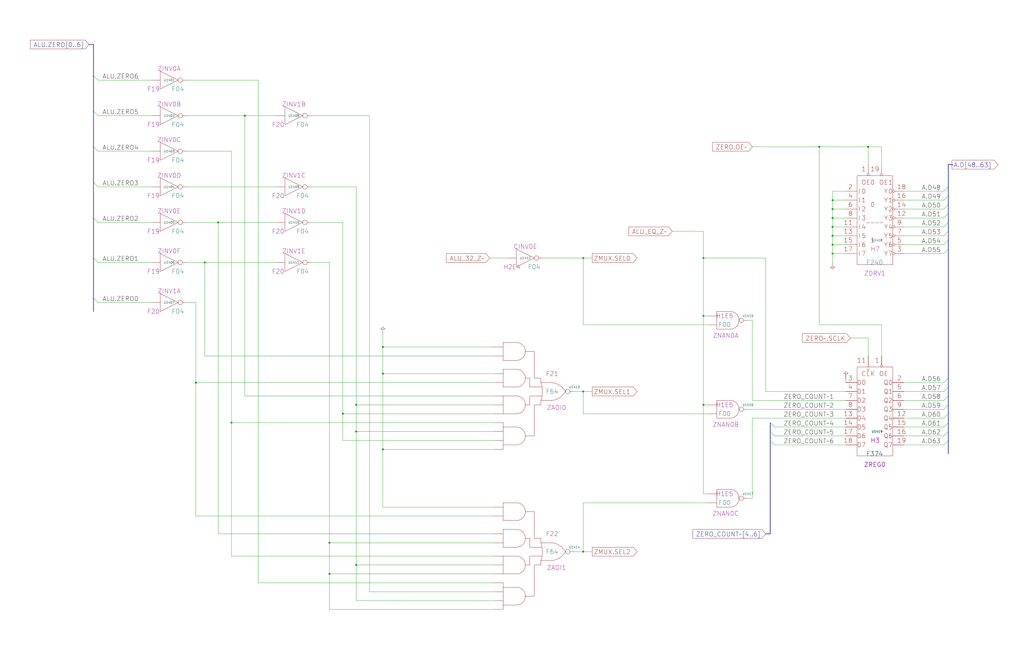
<source format=kicad_sch>
(kicad_sch (version 20211123) (generator eeschema)
  (paper "User" 584.2 378.46)
  (title_block (title "ZERO DETECTOR") (date "22-MAR-90") (rev "1.0") (comment 1 "VALUE") (comment 2 "232-003063") (comment 3 "S400") (comment 4 "RELEASED"))
  (lib_symbols
    (symbol "r1000:F00" (pin_numbers hide) (pin_names hide)
      (property "Reference" "U" (at 15.24 0 0))
      (property "Value" "F00" (at 1.905 -5.08 0))
      (property "Location" "___" (at 1.905 0 0))
      (property "Name" "______" (at 2.54 -12.7 0))
      (symbol "F00_0_1"
        (polyline (pts (xy -2.54 -7.62) (xy 5.08 -7.62)) (stroke (width 0.1524)))
        (polyline (pts (xy -2.54 2.54) (xy -2.54 -7.62)) (stroke (width 0.1524)))
        (polyline (pts (xy -2.54 2.54) (xy 5.08 2.54)) (stroke (width 0.1524)))
        (arc (start 5.08 -7.62) (mid 10.1282 -2.54) (end 5.08 2.54) (stroke (width 0.1524)))
        (circle (center 11.43 -2.54) (radius 1.27) (stroke (width 0.1524)))
      )
      (symbol "F00_0_2"
        (circle (center -3.81 -5.08) (radius 1.27) (stroke (width 0.1524)))
        (circle (center -3.81 0) (radius 1.27) (stroke (width 0.1524)))
        (arc (start -3.175 -7.62) (mid -2.134 -2.54) (end -3.175 2.54) (stroke (width 0.1524)))
        (polyline (pts (xy -3.175 -7.62) (xy 3.81 -7.62)) (stroke (width 0.1524)))
        (polyline (pts (xy -3.175 2.54) (xy 3.81 2.54)) (stroke (width 0.1524)))
        (arc (start 3.81 -7.62) (mid 7.5855 -5.8306) (end 10.16 -2.54) (stroke (width 0.1524)))
        (arc (start 10.16 -2.54) (mid 7.5827 0.7471) (end 3.81 2.54) (stroke (width 0.1524)))
      )
      (symbol "F00_1_1"
        (pin input line (at -7.62 0 0) (length 5.08) (name "D0") (number "1"))
        (pin input line (at -7.62 -5.08 0) (length 5.08) (name "D1") (number "2"))
        (pin output line (at 15.24 -2.54 180) (length 2.54) (name "Q") (number "3"))
      )
      (symbol "F00_1_2"
        (pin input line (at -7.62 0 0) (length 2.54) (name "D0") (number "1"))
        (pin input line (at -7.62 -5.08 0) (length 2.54) (name "D1") (number "2"))
        (pin output line (at 15.24 -2.54 180) (length 5.08) (name "Q") (number "3"))
      )
    )
    (symbol "r1000:F04" (pin_numbers hide) (pin_names hide)
      (property "Reference" "U" (at 0 0 0))
      (property "Value" "F04" (at 1.27 -5.08 0))
      (property "Location" "___" (at -12.7 -5.08 0))
      (property "Name" "______" (at 0 5.08 0))
      (symbol "F04_0_1"
        (polyline (pts (xy -7.62 0) (xy -5.08 0)) (stroke (width 0.1524)))
        (polyline (pts (xy -5.08 5.08) (xy -5.08 -5.08)) (stroke (width 0.1524)))
        (polyline (pts (xy 5.08 0) (xy -5.08 -5.08)) (stroke (width 0.1524)))
        (polyline (pts (xy 5.08 0) (xy -5.08 5.08)) (stroke (width 0.1524)))
        (circle (center 6.35 0) (radius 1.27) (stroke (width 0.1524)))
      )
      (symbol "F04_1_1"
        (pin input line (at -10.16 0 0) (length 2.54) (name "D") (number "1"))
        (pin output line (at 10.16 0 180) (length 2.54) (name "Q") (number "2"))
      )
    )
    (symbol "r1000:F240" (pin_numbers hide) (pin_names (offset 1.016) hide)
      (property "Reference" "U" (at 2.54 5.08 0))
      (property "Value" "F240" (at -3.81 -7.62 0))
      (property "Location" "___" (at -1.27 0 0))
      (property "Name" "______" (at 1.27 -15.24 0))
      (symbol "F240_1_1"
        (rectangle (start -8.89 41.91) (end 11.43 -8.89))
        (circle (center -2.54 42.545) (radius 0.635))
        (circle (center 5.08 42.545) (radius 0.635))
        (circle (center 12.065 -2.54) (radius 0.635))
        (circle (center 12.065 2.54) (radius 0.635))
        (circle (center 12.065 7.62) (radius 0.635))
        (circle (center 12.065 12.7) (radius 0.635))
        (circle (center 12.065 17.78) (radius 0.635))
        (circle (center 12.065 22.86) (radius 0.635))
        (circle (center 12.065 27.94) (radius 0.635))
        (circle (center 12.065 33.02) (radius 0.635))
        (text "-" (at -2.54 15.24 0) (effects (font (size 2.54 2.54))))
        (text "-" (at 0 15.24 0) (effects (font (size 2.54 2.54))))
        (text "-" (at 2.54 15.24 0) (effects (font (size 2.54 2.54))))
        (text "-" (at 5.08 15.24 0) (effects (font (size 2.54 2.54))))
        (text "0" (at -5.08 33.02 0) (effects (font (size 2.54 2.54))))
        (text "0" (at 0 25.4 0) (effects (font (size 2.54 2.54))))
        (text "0" (at 0 38.1 0) (effects (font (size 2.54 2.54))))
        (text "0" (at 10.16 33.02 0) (effects (font (size 2.54 2.54))))
        (text "1" (at -15.24 0 0) (effects (font (size 2.54 2.54))))
        (text "1" (at -15.24 5.08 0) (effects (font (size 2.54 2.54))))
        (text "1" (at -15.24 10.16 0) (effects (font (size 2.54 2.54))))
        (text "1" (at -15.24 15.24 0) (effects (font (size 2.54 2.54))))
        (text "1" (at -12.7 15.24 0) (effects (font (size 2.54 2.54))))
        (text "1" (at -5.08 27.94 0) (effects (font (size 2.54 2.54))))
        (text "1" (at -5.08 45.72 0) (effects (font (size 2.54 2.54))))
        (text "1" (at 0 5.08 0) (effects (font (size 2.54 2.54))))
        (text "1" (at 0 45.72 0) (effects (font (size 2.54 2.54))))
        (text "1" (at 10.16 27.94 0) (effects (font (size 2.54 2.54))))
        (text "1" (at 10.16 38.1 0) (effects (font (size 2.54 2.54))))
        (text "1" (at 15.24 20.32 0) (effects (font (size 2.54 2.54))))
        (text "1" (at 15.24 25.4 0) (effects (font (size 2.54 2.54))))
        (text "1" (at 15.24 30.48 0) (effects (font (size 2.54 2.54))))
        (text "1" (at 15.24 35.56 0) (effects (font (size 2.54 2.54))))
        (text "2" (at -12.7 35.56 0) (effects (font (size 2.54 2.54))))
        (text "2" (at -5.08 22.86 0) (effects (font (size 2.54 2.54))))
        (text "2" (at 10.16 22.86 0) (effects (font (size 2.54 2.54))))
        (text "2" (at 17.78 20.32 0) (effects (font (size 2.54 2.54))))
        (text "3" (at -12.7 10.16 0) (effects (font (size 2.54 2.54))))
        (text "3" (at -5.08 17.78 0) (effects (font (size 2.54 2.54))))
        (text "3" (at 10.16 17.78 0) (effects (font (size 2.54 2.54))))
        (text "3" (at 15.24 0 0) (effects (font (size 2.54 2.54))))
        (text "4" (at -12.7 30.48 0) (effects (font (size 2.54 2.54))))
        (text "4" (at -5.08 12.7 0) (effects (font (size 2.54 2.54))))
        (text "4" (at 10.16 12.7 0) (effects (font (size 2.54 2.54))))
        (text "4" (at 17.78 25.4 0) (effects (font (size 2.54 2.54))))
        (text "5" (at -12.7 5.08 0) (effects (font (size 2.54 2.54))))
        (text "5" (at -5.08 7.62 0) (effects (font (size 2.54 2.54))))
        (text "5" (at 10.16 7.62 0) (effects (font (size 2.54 2.54))))
        (text "5" (at 15.24 5.08 0) (effects (font (size 2.54 2.54))))
        (text "6" (at -12.7 25.4 0) (effects (font (size 2.54 2.54))))
        (text "6" (at -5.08 2.54 0) (effects (font (size 2.54 2.54))))
        (text "6" (at 10.16 2.54 0) (effects (font (size 2.54 2.54))))
        (text "6" (at 17.78 30.48 0) (effects (font (size 2.54 2.54))))
        (text "7" (at -12.7 0 0) (effects (font (size 2.54 2.54))))
        (text "7" (at -5.08 -2.54 0) (effects (font (size 2.54 2.54))))
        (text "7" (at 10.16 -2.54 0) (effects (font (size 2.54 2.54))))
        (text "7" (at 15.24 10.16 0) (effects (font (size 2.54 2.54))))
        (text "8" (at -12.7 20.32 0) (effects (font (size 2.54 2.54))))
        (text "8" (at 17.78 35.56 0) (effects (font (size 2.54 2.54))))
        (text "9" (at 2.54 45.72 0) (effects (font (size 2.54 2.54))))
        (text "9" (at 15.24 15.24 0) (effects (font (size 2.54 2.54))))
        (text "E" (at -2.54 38.1 0) (effects (font (size 2.54 2.54))))
        (text "E" (at 7.62 38.1 0) (effects (font (size 2.54 2.54))))
        (text "I" (at -7.62 -2.54 0) (effects (font (size 2.54 2.54))))
        (text "I" (at -7.62 2.54 0) (effects (font (size 2.54 2.54))))
        (text "I" (at -7.62 7.62 0) (effects (font (size 2.54 2.54))))
        (text "I" (at -7.62 12.7 0) (effects (font (size 2.54 2.54))))
        (text "I" (at -7.62 17.78 0) (effects (font (size 2.54 2.54))))
        (text "I" (at -7.62 22.86 0) (effects (font (size 2.54 2.54))))
        (text "I" (at -7.62 27.94 0) (effects (font (size 2.54 2.54))))
        (text "I" (at -7.62 33.02 0) (effects (font (size 2.54 2.54))))
        (text "O" (at -5.08 38.1 0) (effects (font (size 2.54 2.54))))
        (text "O" (at 5.08 38.1 0) (effects (font (size 2.54 2.54))))
        (text "Y" (at 7.62 -2.54 0) (effects (font (size 2.54 2.54))))
        (text "Y" (at 7.62 2.54 0) (effects (font (size 2.54 2.54))))
        (text "Y" (at 7.62 7.62 0) (effects (font (size 2.54 2.54))))
        (text "Y" (at 7.62 12.7 0) (effects (font (size 2.54 2.54))))
        (text "Y" (at 7.62 17.78 0) (effects (font (size 2.54 2.54))))
        (text "Y" (at 7.62 22.86 0) (effects (font (size 2.54 2.54))))
        (text "Y" (at 7.62 27.94 0) (effects (font (size 2.54 2.54))))
        (text "Y" (at 7.62 33.02 0) (effects (font (size 2.54 2.54))))
        (pin input line (at -2.54 48.26 270) (length 5.08) (name "OE0_") (number "1"))
        (pin input line (at -15.24 12.7 0) (length 6.35) (name "I4") (number "11"))
        (pin tri_state line (at 17.78 17.78 180) (length 5.08) (name "Y3_") (number "12"))
        (pin input line (at -15.24 7.62 0) (length 6.35) (name "I5") (number "13"))
        (pin tri_state line (at 17.78 22.86 180) (length 5.08) (name "Y2_") (number "14"))
        (pin input line (at -15.24 2.54 0) (length 6.35) (name "I6") (number "15"))
        (pin tri_state line (at 17.78 27.94 180) (length 5.08) (name "Y1_") (number "16"))
        (pin input line (at -15.24 -2.54 0) (length 6.35) (name "I7") (number "17"))
        (pin tri_state line (at 17.78 33.02 180) (length 5.08) (name "Y0_") (number "18"))
        (pin input line (at 5.08 48.26 270) (length 5.08) (name "OE1_") (number "19"))
        (pin input line (at -15.24 33.02 0) (length 6.35) (name "I0") (number "2"))
        (pin tri_state line (at 17.78 -2.54 180) (length 5.08) (name "Y7_") (number "3"))
        (pin input line (at -15.24 27.94 0) (length 6.35) (name "I1") (number "4"))
        (pin tri_state line (at 17.78 2.54 180) (length 5.08) (name "Y6_") (number "5"))
        (pin input line (at -15.24 22.86 0) (length 6.35) (name "I2") (number "6"))
        (pin tri_state line (at 17.78 7.62 180) (length 5.08) (name "Y5_") (number "7"))
        (pin input line (at -15.24 17.78 0) (length 6.35) (name "I3") (number "8"))
        (pin tri_state line (at 17.78 12.7 180) (length 5.08) (name "Y4_") (number "9"))
      )
    )
    (symbol "r1000:F374" (pin_numbers hide) (pin_names (offset 1.016) hide)
      (property "Reference" "U" (at 2.54 5.08 0))
      (property "Value" "F374" (at -3.81 -7.62 0))
      (property "Location" "___" (at -1.27 0 0))
      (property "Name" "______" (at 1.27 -15.24 0))
      (symbol "F374_1_1"
        (rectangle (start -8.89 41.91) (end 11.43 -8.89))
        (circle (center 5.08 42.545) (radius 0.635))
        (text "0" (at -5.08 33.02 0) (effects (font (size 2.54 2.54))))
        (text "0" (at 10.16 33.02 0) (effects (font (size 2.54 2.54))))
        (text "1" (at -15.24 0 0) (effects (font (size 2.54 2.54))))
        (text "1" (at -15.24 5.08 0) (effects (font (size 2.54 2.54))))
        (text "1" (at -15.24 10.16 0) (effects (font (size 2.54 2.54))))
        (text "1" (at -15.24 15.24 0) (effects (font (size 2.54 2.54))))
        (text "1" (at -7.62 45.72 0) (effects (font (size 2.54 2.54))))
        (text "1" (at -5.08 27.94 0) (effects (font (size 2.54 2.54))))
        (text "1" (at -5.08 45.72 0) (effects (font (size 2.54 2.54))))
        (text "1" (at 2.54 45.72 0) (effects (font (size 2.54 2.54))))
        (text "1" (at 10.16 27.94 0) (effects (font (size 2.54 2.54))))
        (text "1" (at 15.24 0 0) (effects (font (size 2.54 2.54))))
        (text "1" (at 15.24 5.08 0) (effects (font (size 2.54 2.54))))
        (text "1" (at 15.24 10.16 0) (effects (font (size 2.54 2.54))))
        (text "1" (at 15.24 15.24 0) (effects (font (size 2.54 2.54))))
        (text "2" (at -5.08 22.86 0) (effects (font (size 2.54 2.54))))
        (text "2" (at 10.16 22.86 0) (effects (font (size 2.54 2.54))))
        (text "2" (at 15.24 35.56 0) (effects (font (size 2.54 2.54))))
        (text "2" (at 17.78 15.24 0) (effects (font (size 2.54 2.54))))
        (text "3" (at -12.7 15.24 0) (effects (font (size 2.54 2.54))))
        (text "3" (at -12.7 35.56 0) (effects (font (size 2.54 2.54))))
        (text "3" (at -5.08 17.78 0) (effects (font (size 2.54 2.54))))
        (text "3" (at 10.16 17.78 0) (effects (font (size 2.54 2.54))))
        (text "4" (at -12.7 10.16 0) (effects (font (size 2.54 2.54))))
        (text "4" (at -12.7 30.48 0) (effects (font (size 2.54 2.54))))
        (text "4" (at -5.08 12.7 0) (effects (font (size 2.54 2.54))))
        (text "4" (at 10.16 12.7 0) (effects (font (size 2.54 2.54))))
        (text "5" (at -5.08 7.62 0) (effects (font (size 2.54 2.54))))
        (text "5" (at 10.16 7.62 0) (effects (font (size 2.54 2.54))))
        (text "5" (at 15.24 30.48 0) (effects (font (size 2.54 2.54))))
        (text "5" (at 17.78 10.16 0) (effects (font (size 2.54 2.54))))
        (text "6" (at -5.08 2.54 0) (effects (font (size 2.54 2.54))))
        (text "6" (at 10.16 2.54 0) (effects (font (size 2.54 2.54))))
        (text "6" (at 15.24 25.4 0) (effects (font (size 2.54 2.54))))
        (text "6" (at 17.78 5.08 0) (effects (font (size 2.54 2.54))))
        (text "7" (at -12.7 5.08 0) (effects (font (size 2.54 2.54))))
        (text "7" (at -12.7 25.4 0) (effects (font (size 2.54 2.54))))
        (text "7" (at -5.08 -2.54 0) (effects (font (size 2.54 2.54))))
        (text "7" (at 10.16 -2.54 0) (effects (font (size 2.54 2.54))))
        (text "8" (at -12.7 0 0) (effects (font (size 2.54 2.54))))
        (text "8" (at -12.7 20.32 0) (effects (font (size 2.54 2.54))))
        (text "9" (at 15.24 20.32 0) (effects (font (size 2.54 2.54))))
        (text "9" (at 17.78 0 0) (effects (font (size 2.54 2.54))))
        (text "C" (at -5.08 38.1 0) (effects (font (size 2.54 2.54))))
        (text "D" (at -7.62 -2.54 0) (effects (font (size 2.54 2.54))))
        (text "D" (at -7.62 2.54 0) (effects (font (size 2.54 2.54))))
        (text "D" (at -7.62 7.62 0) (effects (font (size 2.54 2.54))))
        (text "D" (at -7.62 12.7 0) (effects (font (size 2.54 2.54))))
        (text "D" (at -7.62 17.78 0) (effects (font (size 2.54 2.54))))
        (text "D" (at -7.62 22.86 0) (effects (font (size 2.54 2.54))))
        (text "D" (at -7.62 27.94 0) (effects (font (size 2.54 2.54))))
        (text "D" (at -7.62 33.02 0) (effects (font (size 2.54 2.54))))
        (text "E" (at 7.62 38.1 0) (effects (font (size 2.54 2.54))))
        (text "K" (at 0 38.1 0) (effects (font (size 2.54 2.54))))
        (text "L" (at -2.54 38.1 0) (effects (font (size 2.54 2.54))))
        (text "O" (at 5.08 38.1 0) (effects (font (size 2.54 2.54))))
        (text "Q" (at 7.62 -2.54 0) (effects (font (size 2.54 2.54))))
        (text "Q" (at 7.62 2.54 0) (effects (font (size 2.54 2.54))))
        (text "Q" (at 7.62 7.62 0) (effects (font (size 2.54 2.54))))
        (text "Q" (at 7.62 12.7 0) (effects (font (size 2.54 2.54))))
        (text "Q" (at 7.62 17.78 0) (effects (font (size 2.54 2.54))))
        (text "Q" (at 7.62 22.86 0) (effects (font (size 2.54 2.54))))
        (text "Q" (at 7.62 27.94 0) (effects (font (size 2.54 2.54))))
        (text "Q" (at 7.62 33.02 0) (effects (font (size 2.54 2.54))))
        (text "v" (at -2.54 40.64 0) (effects (font (size 2.54 2.54))))
        (pin input line (at 5.08 48.26 270) (length 5.08) (name "OE_") (number "1"))
        (pin input line (at -2.54 48.26 270) (length 6.35) (name "CLK") (number "11"))
        (pin tri_state line (at 17.78 12.7 180) (length 6.35) (name "Q4") (number "12"))
        (pin input line (at -15.24 12.7 0) (length 6.35) (name "D4") (number "13"))
        (pin input line (at -15.24 7.62 0) (length 6.35) (name "D5") (number "14"))
        (pin tri_state line (at 17.78 7.62 180) (length 6.35) (name "Q5") (number "15"))
        (pin tri_state line (at 17.78 2.54 180) (length 6.35) (name "Q6") (number "16"))
        (pin input line (at -15.24 2.54 0) (length 6.35) (name "D6") (number "17"))
        (pin input line (at -15.24 -2.54 0) (length 6.35) (name "D7") (number "18"))
        (pin tri_state line (at 17.78 -2.54 180) (length 6.35) (name "Q7") (number "19"))
        (pin tri_state line (at 17.78 33.02 180) (length 6.35) (name "Q0") (number "2"))
        (pin input line (at -15.24 33.02 0) (length 6.35) (name "D0") (number "3"))
        (pin input line (at -15.24 27.94 0) (length 6.35) (name "D1") (number "4"))
        (pin tri_state line (at 17.78 27.94 180) (length 6.35) (name "Q1") (number "5"))
        (pin tri_state line (at 17.78 22.86 180) (length 6.35) (name "Q2") (number "6"))
        (pin input line (at -15.24 22.86 0) (length 6.35) (name "D2") (number "7"))
        (pin input line (at -15.24 17.78 0) (length 6.35) (name "D3") (number "8"))
        (pin tri_state line (at 17.78 17.78 180) (length 6.35) (name "Q3") (number "9"))
      )
    )
    (symbol "r1000:F64" (pin_numbers hide) (pin_names hide)
      (property "Reference" "U" (at 15.24 2.54 0))
      (property "Value" "F64" (at 2.54 0 0))
      (property "Location" "___" (at 2.54 10.16 0))
      (property "Name" "______" (at 5.08 -10.62 0))
      (symbol "F64_0_0"
        (arc (start -17.78 -30.48) (mid -14.1879 -28.9921) (end -12.7 -25.4) (stroke (width 0.1524)))
        (arc (start -17.78 -12.7) (mid -14.1879 -11.2121) (end -12.7 -7.62) (stroke (width 0.1524)))
        (arc (start -17.78 2.54) (mid -14.1879 4.0279) (end -12.7 7.62) (stroke (width 0.1524)))
        (arc (start -17.78 17.78) (mid -14.1879 19.2679) (end -12.7 22.86) (stroke (width 0.1524)))
        (arc (start -12.7 -25.4) (mid -14.1879 -21.8079) (end -17.78 -20.32) (stroke (width 0.1524)))
        (arc (start -12.7 -7.62) (mid -14.1879 -4.0279) (end -17.78 -2.54) (stroke (width 0.1524)))
        (arc (start -12.7 7.62) (mid -14.1879 11.2121) (end -17.78 12.7) (stroke (width 0.1524)))
        (arc (start -12.7 22.86) (mid -14.1879 26.4521) (end -17.78 27.94) (stroke (width 0.1524)))
        (arc (start -3.8173 -5.08) (mid -2.9926 0) (end -3.8173 5.08) (stroke (width 0.1524)))
        (polyline (pts (xy -25.4 -30.48) (xy -17.78 -30.48)) (stroke (width 0.1524)))
        (polyline (pts (xy -25.4 -20.32) (xy -17.78 -20.32)) (stroke (width 0.1524)))
        (polyline (pts (xy -25.4 -12.7) (xy -17.78 -12.7)) (stroke (width 0.1524)))
        (polyline (pts (xy -25.4 -2.54) (xy -17.78 -2.54)) (stroke (width 0.1524)))
        (polyline (pts (xy -25.4 2.54) (xy -17.78 2.54)) (stroke (width 0.1524)))
        (polyline (pts (xy -25.4 12.7) (xy -17.78 12.7)) (stroke (width 0.1524)))
        (polyline (pts (xy -25.4 17.78) (xy -17.78 17.78)) (stroke (width 0.1524)))
        (polyline (pts (xy -25.4 27.94) (xy -17.78 27.94)) (stroke (width 0.1524)))
        (polyline (pts (xy -3.81 -5.08) (xy 2.54 -5.08)) (stroke (width 0.1524)))
        (polyline (pts (xy -3.81 5.08) (xy 2.54 5.08)) (stroke (width 0.1524)))
        (arc (start 2.54 -5.08) (mid 6.9504 -3.4405) (end 10.16 0) (stroke (width 0.1524)))
        (arc (start 10.16 0) (mid 6.9516 3.4424) (end 2.54 5.08) (stroke (width 0.1524)))
        (circle (center 11.43 0) (radius 1.27) (stroke (width 0.1524)))
      )
      (symbol "F64_0_1"
        (polyline (pts (xy -25.4 -33.02) (xy -25.4 -30.48)) (stroke (width 0.1524)))
        (polyline (pts (xy -25.4 -20.32) (xy -25.4 -30.48)) (stroke (width 0.1524)))
        (polyline (pts (xy -25.4 -17.78) (xy -25.4 -20.32)) (stroke (width 0.1524)))
        (polyline (pts (xy -25.4 -2.54) (xy -25.4 -12.7)) (stroke (width 0.1524)))
        (polyline (pts (xy -25.4 12.7) (xy -25.4 2.54)) (stroke (width 0.1524)))
        (polyline (pts (xy -25.4 27.94) (xy -25.4 17.78)) (stroke (width 0.1524)))
        (polyline (pts (xy -12.7 -7.62) (xy -12.7 -7.62)) (stroke (width 0.1524)))
        (polyline (pts (xy -5.08 -2.54) (xy -3.175 -2.54)) (stroke (width 0.1524)))
        (polyline (pts (xy -5.08 2.54) (xy -3.175 2.54)) (stroke (width 0.1524)))
        (polyline (pts (xy -12.7 -7.62) (xy -10.16 -7.62) (xy -10.16 -2.54) (xy -5.08 -2.54)) (stroke (width 0.1524)))
        (polyline (pts (xy -12.7 7.62) (xy -10.16 7.62) (xy -10.16 2.54) (xy -5.08 2.54)) (stroke (width 0.1524)))
        (polyline (pts (xy -3.81 -5.08) (xy -3.81 -7.62) (xy -7.62 -7.62) (xy -7.62 -25.4) (xy -12.7 -25.4)) (stroke (width 0.1524)))
        (polyline (pts (xy -3.81 5.08) (xy -3.81 7.62) (xy -7.62 7.62) (xy -7.62 22.86) (xy -12.7 22.86)) (stroke (width 0.1524)))
      )
      (symbol "F64_1_1"
        (pin input line (at -30.48 -17.78 0) (length 5.08) (name "D0") (number "1"))
        (pin input line (at -30.48 5.08 0) (length 5.08) (name "B1") (number "10"))
        (pin input line (at -30.48 -22.86 0) (length 5.08) (name "D1") (number "11"))
        (pin input line (at -30.48 -27.94 0) (length 5.08) (name "D2") (number "12"))
        (pin input line (at -30.48 -33.02 0) (length 5.08) (name "D3") (number "13"))
        (pin input line (at -30.48 25.4 0) (length 5.08) (name "A0") (number "2"))
        (pin input line (at -30.48 20.32 0) (length 5.08) (name "A1") (number "3"))
        (pin input line (at -30.48 -2.54 0) (length 5.08) (name "C0") (number "4"))
        (pin input line (at -30.48 -7.62 0) (length 5.08) (name "C1") (number "5"))
        (pin input line (at -30.48 -12.7 0) (length 5.08) (name "C2") (number "6"))
        (pin output line (at 15.24 0 180) (length 2.54) (name "Q") (number "8"))
        (pin input line (at -30.48 10.16 0) (length 5.08) (name "B0") (number "9"))
      )
    )
    (symbol "r1000:PD" (power) (pin_numbers hide) (pin_names hide) (in_bom no)
      (symbol "PD_0_1"
        (polyline (pts (xy 0 -2.54) (xy 1.27 -2.54) (xy 0 -3.81) (xy -1.27 -2.54) (xy 0 -2.54)) (stroke (width 0.1524)))
      )
      (symbol "PD_1_1"
        (pin power_in line (at 0 0 270) (length 2.54) (name "PD") (number "1"))
      )
    )
    (symbol "r1000:PU" (power) (pin_numbers hide) (pin_names hide)
      (symbol "PU_0_1"
        (polyline (pts (xy 0 2.54) (xy -1.27 2.54) (xy 0 3.81) (xy 1.27 2.54) (xy 0 2.54)) (stroke (width 0.1524)))
      )
      (symbol "PU_1_1"
        (pin power_in line (at 0 0 90) (length 2.54) (name "PU") (number "1"))
      )
    )
  )
  (junction (at 203.2 246.38))
  (junction (at 474.98 114.3))
  (junction (at 218.44 256.54))
  (junction (at 195.58 236.22))
  (junction (at 474.98 124.46))
  (junction (at 474.98 144.78))
  (junction (at 187.96 327.66))
  (junction (at 111.76 218.44))
  (junction (at 474.98 119.38))
  (junction (at 474.98 134.62))
  (junction (at 474.98 139.7))
  (junction (at 332.74 147.32))
  (junction (at 187.96 309.88))
  (junction (at 401.32 147.32))
  (junction (at 401.32 180.34))
  (junction (at 203.2 231.14))
  (junction (at 332.74 314.96))
  (junction (at 495.3 83.82))
  (junction (at 139.7 66.04))
  (junction (at 132.08 241.3))
  (junction (at 203.2 322.58))
  (junction (at 218.44 198.12))
  (junction (at 116.84 149.86))
  (junction (at 474.98 129.54))
  (junction (at 218.44 213.36))
  (junction (at 124.46 127))
  (junction (at 467.36 83.82))
  (junction (at 401.32 231.14))
  (junction (at 332.74 223.52))
  (bus_entry (at 439.42 251.46) (size 2.54 2.54))
  (bus_entry (at 541.02 111.76) (size -2.54 2.54))
  (bus_entry (at 541.02 132.08) (size -2.54 2.54))
  (bus_entry (at 439.42 241.3) (size 2.54 2.54))
  (bus_entry (at 541.02 220.98) (size -2.54 2.54))
  (bus_entry (at 541.02 215.9) (size -2.54 2.54))
  (bus_entry (at 541.02 246.38) (size -2.54 2.54))
  (bus_entry (at 541.02 121.92) (size -2.54 2.54))
  (bus_entry (at 541.02 236.22) (size -2.54 2.54))
  (bus_entry (at 541.02 142.24) (size -2.54 2.54))
  (bus_entry (at 541.02 127) (size -2.54 2.54))
  (bus_entry (at 439.42 246.38) (size 2.54 2.54))
  (bus_entry (at 53.34 83.82) (size 2.54 2.54))
  (bus_entry (at 53.34 104.14) (size 2.54 2.54))
  (bus_entry (at 53.34 124.46) (size 2.54 2.54))
  (bus_entry (at 53.34 147.32) (size 2.54 2.54))
  (bus_entry (at 53.34 170.18) (size 2.54 2.54))
  (bus_entry (at 541.02 116.84) (size -2.54 2.54))
  (bus_entry (at 53.34 43.18) (size 2.54 2.54))
  (bus_entry (at 53.34 63.5) (size 2.54 2.54))
  (bus_entry (at 541.02 231.14) (size -2.54 2.54))
  (bus_entry (at 541.02 106.68) (size -2.54 2.54))
  (bus_entry (at 541.02 241.3) (size -2.54 2.54))
  (bus_entry (at 541.02 137.16) (size -2.54 2.54))
  (bus_entry (at 541.02 226.06) (size -2.54 2.54))
  (bus_entry (at 541.02 251.46) (size -2.54 2.54))
  (wire (pts (xy 441.96 243.84) (xy 482.6 243.84)))
  (wire (pts (xy 55.88 86.36) (xy 86.36 86.36)))
  (bus (pts (xy 53.34 147.32) (xy 53.34 170.18)))
  (wire (pts (xy 177.8 127) (xy 195.58 127)))
  (wire (pts (xy 195.58 127) (xy 195.58 236.22)))
  (wire (pts (xy 195.58 236.22) (xy 195.58 251.46)))
  (wire (pts (xy 195.58 251.46) (xy 281.94 251.46)))
  (bus (pts (xy 541.02 116.84) (xy 541.02 121.92)))
  (wire (pts (xy 195.58 236.22) (xy 281.94 236.22)))
  (bus (pts (xy 53.34 170.18) (xy 53.34 177.8)))
  (wire (pts (xy 177.8 106.68) (xy 203.2 106.68)))
  (wire (pts (xy 203.2 106.68) (xy 203.2 231.14)))
  (wire (pts (xy 203.2 231.14) (xy 203.2 246.38)))
  (wire (pts (xy 203.2 246.38) (xy 203.2 322.58)))
  (wire (pts (xy 203.2 322.58) (xy 203.2 342.9)))
  (wire (pts (xy 203.2 342.9) (xy 281.94 342.9)))
  (wire (pts (xy 515.62 233.68) (xy 538.48 233.68)))
  (wire (pts (xy 106.68 106.68) (xy 157.48 106.68)))
  (wire (pts (xy 106.68 66.04) (xy 139.7 66.04)))
  (wire (pts (xy 139.7 66.04) (xy 157.48 66.04)))
  (wire (pts (xy 485.14 193.04) (xy 495.3 193.04)))
  (wire (pts (xy 495.3 193.04) (xy 495.3 203.2)))
  (wire (pts (xy 474.98 134.62) (xy 482.6 134.62)))
  (wire (pts (xy 515.62 238.76) (xy 538.48 238.76)))
  (wire (pts (xy 124.46 127) (xy 157.48 127)))
  (bus (pts (xy 541.02 215.9) (xy 541.02 220.98)))
  (wire (pts (xy 401.32 180.34) (xy 403.86 180.34)))
  (wire (pts (xy 111.76 218.44) (xy 281.94 218.44)))
  (bus (pts (xy 541.02 226.06) (xy 541.02 231.14)))
  (wire (pts (xy 426.72 233.68) (xy 482.6 233.68)))
  (wire (pts (xy 467.36 185.42) (xy 467.36 83.82)))
  (wire (pts (xy 502.92 185.42) (xy 467.36 185.42)))
  (wire (pts (xy 502.92 203.2) (xy 502.92 185.42)))
  (wire (pts (xy 55.88 149.86) (xy 86.36 149.86)))
  (bus (pts (xy 53.34 63.5) (xy 53.34 83.82)))
  (wire (pts (xy 55.88 127) (xy 86.36 127)))
  (wire (pts (xy 515.62 243.84) (xy 538.48 243.84)))
  (wire (pts (xy 515.62 218.44) (xy 538.48 218.44)))
  (wire (pts (xy 309.88 147.32) (xy 332.74 147.32)))
  (wire (pts (xy 332.74 147.32) (xy 337.82 147.32)))
  (wire (pts (xy 426.72 284.48) (xy 429.26 284.48)))
  (wire (pts (xy 429.26 238.76) (xy 482.6 238.76)))
  (wire (pts (xy 429.26 284.48) (xy 429.26 238.76)))
  (wire (pts (xy 218.44 198.12) (xy 281.94 198.12)))
  (wire (pts (xy 401.32 231.14) (xy 403.86 231.14)))
  (bus (pts (xy 541.02 137.16) (xy 541.02 142.24)))
  (bus (pts (xy 439.42 246.38) (xy 439.42 251.46)))
  (wire (pts (xy 327.66 223.52) (xy 332.74 223.52)))
  (wire (pts (xy 332.74 223.52) (xy 337.82 223.52)))
  (bus (pts (xy 439.42 251.46) (xy 439.42 304.8)))
  (wire (pts (xy 203.2 231.14) (xy 281.94 231.14)))
  (wire (pts (xy 474.98 139.7) (xy 482.6 139.7)))
  (wire (pts (xy 55.88 45.72) (xy 86.36 45.72)))
  (wire (pts (xy 515.62 248.92) (xy 538.48 248.92)))
  (wire (pts (xy 426.72 182.88) (xy 429.26 182.88)))
  (wire (pts (xy 429.26 182.88) (xy 429.26 228.6)))
  (wire (pts (xy 429.26 228.6) (xy 482.6 228.6)))
  (bus (pts (xy 541.02 111.76) (xy 541.02 116.84)))
  (bus (pts (xy 541.02 220.98) (xy 541.02 226.06)))
  (wire (pts (xy 515.62 124.46) (xy 538.48 124.46)))
  (bus (pts (xy 541.02 236.22) (xy 541.02 241.3)))
  (wire (pts (xy 332.74 287.02) (xy 403.86 287.02)))
  (wire (pts (xy 332.74 314.96) (xy 332.74 287.02)))
  (bus (pts (xy 541.02 132.08) (xy 541.02 137.16)))
  (bus (pts (xy 53.34 124.46) (xy 53.34 147.32)))
  (wire (pts (xy 515.62 139.7) (xy 538.48 139.7)))
  (wire (pts (xy 132.08 241.3) (xy 281.94 241.3)))
  (wire (pts (xy 218.44 190.5) (xy 218.44 198.12)))
  (wire (pts (xy 218.44 198.12) (xy 218.44 213.36)))
  (wire (pts (xy 218.44 213.36) (xy 218.44 256.54)))
  (wire (pts (xy 218.44 256.54) (xy 218.44 289.56)))
  (wire (pts (xy 218.44 289.56) (xy 281.94 289.56)))
  (bus (pts (xy 541.02 246.38) (xy 541.02 251.46)))
  (wire (pts (xy 55.88 106.68) (xy 86.36 106.68)))
  (wire (pts (xy 218.44 213.36) (xy 281.94 213.36)))
  (wire (pts (xy 515.62 223.52) (xy 538.48 223.52)))
  (wire (pts (xy 55.88 172.72) (xy 86.36 172.72)))
  (wire (pts (xy 515.62 144.78) (xy 538.48 144.78)))
  (wire (pts (xy 401.32 147.32) (xy 436.88 147.32)))
  (wire (pts (xy 436.88 147.32) (xy 436.88 223.52)))
  (wire (pts (xy 436.88 223.52) (xy 482.6 223.52)))
  (wire (pts (xy 474.98 124.46) (xy 482.6 124.46)))
  (bus (pts (xy 53.34 43.18) (xy 53.34 63.5)))
  (wire (pts (xy 106.68 172.72) (xy 111.76 172.72)))
  (wire (pts (xy 111.76 172.72) (xy 111.76 218.44)))
  (wire (pts (xy 111.76 218.44) (xy 111.76 294.64)))
  (wire (pts (xy 111.76 294.64) (xy 281.94 294.64)))
  (wire (pts (xy 279.4 147.32) (xy 289.56 147.32)))
  (wire (pts (xy 515.62 129.54) (xy 538.48 129.54)))
  (wire (pts (xy 106.68 127) (xy 124.46 127)))
  (wire (pts (xy 124.46 127) (xy 124.46 304.8)))
  (wire (pts (xy 124.46 304.8) (xy 281.94 304.8)))
  (bus (pts (xy 541.02 251.46) (xy 541.02 259.08)))
  (bus (pts (xy 53.34 83.82) (xy 53.34 104.14)))
  (wire (pts (xy 474.98 144.78) (xy 482.6 144.78)))
  (wire (pts (xy 441.96 248.92) (xy 482.6 248.92)))
  (wire (pts (xy 515.62 109.22) (xy 538.48 109.22)))
  (wire (pts (xy 106.68 45.72) (xy 147.32 45.72)))
  (wire (pts (xy 147.32 45.72) (xy 147.32 332.74)))
  (wire (pts (xy 147.32 332.74) (xy 281.94 332.74)))
  (wire (pts (xy 429.26 83.82) (xy 467.36 83.82)))
  (wire (pts (xy 467.36 83.82) (xy 495.3 83.82)))
  (wire (pts (xy 495.3 83.82) (xy 502.92 83.82)))
  (wire (pts (xy 502.92 83.82) (xy 502.92 93.98)))
  (bus (pts (xy 541.02 142.24) (xy 541.02 215.9)))
  (wire (pts (xy 187.96 309.88) (xy 281.94 309.88)))
  (wire (pts (xy 203.2 246.38) (xy 281.94 246.38)))
  (wire (pts (xy 332.74 223.52) (xy 332.74 236.22)))
  (wire (pts (xy 332.74 236.22) (xy 403.86 236.22)))
  (wire (pts (xy 218.44 256.54) (xy 281.94 256.54)))
  (wire (pts (xy 55.88 66.04) (xy 86.36 66.04)))
  (bus (pts (xy 50.8 25.4) (xy 53.34 25.4)))
  (bus (pts (xy 53.34 25.4) (xy 53.34 43.18)))
  (bus (pts (xy 436.88 304.8) (xy 439.42 304.8)))
  (bus (pts (xy 439.42 241.3) (xy 439.42 246.38)))
  (bus (pts (xy 541.02 106.68) (xy 541.02 111.76)))
  (wire (pts (xy 177.8 66.04) (xy 210.82 66.04)))
  (wire (pts (xy 210.82 66.04) (xy 210.82 337.82)))
  (wire (pts (xy 210.82 337.82) (xy 281.94 337.82)))
  (wire (pts (xy 474.98 119.38) (xy 482.6 119.38)))
  (bus (pts (xy 541.02 241.3) (xy 541.02 246.38)))
  (wire (pts (xy 332.74 147.32) (xy 332.74 185.42)))
  (wire (pts (xy 332.74 185.42) (xy 403.86 185.42)))
  (bus (pts (xy 541.02 127) (xy 541.02 132.08)))
  (bus (pts (xy 541.02 93.98) (xy 541.02 106.68)))
  (bus (pts (xy 541.02 93.98) (xy 543.56 93.98)))
  (wire (pts (xy 177.8 149.86) (xy 187.96 149.86)))
  (wire (pts (xy 187.96 149.86) (xy 187.96 309.88)))
  (wire (pts (xy 187.96 309.88) (xy 187.96 327.66)))
  (wire (pts (xy 187.96 327.66) (xy 187.96 347.98)))
  (wire (pts (xy 187.96 347.98) (xy 281.94 347.98)))
  (wire (pts (xy 482.6 215.9) (xy 482.6 218.44)))
  (bus (pts (xy 541.02 121.92) (xy 541.02 127)))
  (wire (pts (xy 515.62 134.62) (xy 538.48 134.62)))
  (wire (pts (xy 495.3 83.82) (xy 495.3 93.98)))
  (wire (pts (xy 187.96 327.66) (xy 281.94 327.66)))
  (wire (pts (xy 515.62 114.3) (xy 538.48 114.3)))
  (wire (pts (xy 515.62 254) (xy 538.48 254)))
  (wire (pts (xy 203.2 322.58) (xy 281.94 322.58)))
  (wire (pts (xy 383.54 132.08) (xy 401.32 132.08)))
  (wire (pts (xy 401.32 132.08) (xy 401.32 147.32)))
  (wire (pts (xy 401.32 147.32) (xy 401.32 180.34)))
  (wire (pts (xy 401.32 180.34) (xy 401.32 231.14)))
  (wire (pts (xy 401.32 231.14) (xy 401.32 281.94)))
  (wire (pts (xy 401.32 281.94) (xy 403.86 281.94)))
  (bus (pts (xy 53.34 104.14) (xy 53.34 124.46)))
  (wire (pts (xy 515.62 228.6) (xy 538.48 228.6)))
  (wire (pts (xy 106.68 149.86) (xy 116.84 149.86)))
  (wire (pts (xy 116.84 149.86) (xy 157.48 149.86)))
  (wire (pts (xy 474.98 109.22) (xy 482.6 109.22)))
  (wire (pts (xy 474.98 114.3) (xy 474.98 109.22)))
  (wire (pts (xy 474.98 119.38) (xy 474.98 114.3)))
  (wire (pts (xy 474.98 124.46) (xy 474.98 119.38)))
  (wire (pts (xy 474.98 129.54) (xy 474.98 124.46)))
  (wire (pts (xy 474.98 134.62) (xy 474.98 129.54)))
  (wire (pts (xy 474.98 139.7) (xy 474.98 134.62)))
  (wire (pts (xy 474.98 144.78) (xy 474.98 139.7)))
  (wire (pts (xy 474.98 149.86) (xy 474.98 144.78)))
  (wire (pts (xy 474.98 114.3) (xy 482.6 114.3)))
  (wire (pts (xy 139.7 66.04) (xy 139.7 226.06)))
  (wire (pts (xy 139.7 226.06) (xy 281.94 226.06)))
  (bus (pts (xy 541.02 231.14) (xy 541.02 236.22)))
  (wire (pts (xy 441.96 254) (xy 482.6 254)))
  (wire (pts (xy 515.62 119.38) (xy 538.48 119.38)))
  (wire (pts (xy 116.84 149.86) (xy 116.84 203.2)))
  (wire (pts (xy 116.84 203.2) (xy 281.94 203.2)))
  (wire (pts (xy 474.98 129.54) (xy 482.6 129.54)))
  (wire (pts (xy 106.68 86.36) (xy 132.08 86.36)))
  (wire (pts (xy 132.08 86.36) (xy 132.08 241.3)))
  (wire (pts (xy 132.08 241.3) (xy 132.08 317.5)))
  (wire (pts (xy 132.08 317.5) (xy 281.94 317.5)))
  (wire (pts (xy 327.66 314.96) (xy 332.74 314.96)))
  (wire (pts (xy 332.74 314.96) (xy 337.82 314.96)))
  (label "ZERO_COUNT~1" (at 447.04 228.6 0) (effects (font (size 2.54 2.54))))
  (label "A.D57" (at 525.78 223.52 0) (effects (font (size 2.54 2.54))))
  (label "ZERO_COUNT~2" (at 447.04 233.68 0) (effects (font (size 2.54 2.54))))
  (label "A.D53" (at 525.78 134.62 0) (effects (font (size 2.54 2.54))))
  (label "ALU.ZERO5" (at 58.42 66.04 0) (effects (font (size 2.54 2.54))))
  (label "A.D49" (at 525.78 114.3 0) (effects (font (size 2.54 2.54))))
  (label "A.D58" (at 525.78 228.6 0) (effects (font (size 2.54 2.54))))
  (label "A.D60" (at 525.78 238.76 0) (effects (font (size 2.54 2.54))))
  (label "ALU.ZERO4" (at 58.42 86.36 0) (effects (font (size 2.54 2.54))))
  (label "A.D59" (at 525.78 233.68 0) (effects (font (size 2.54 2.54))))
  (label "ALU.ZERO3" (at 58.42 106.68 0) (effects (font (size 2.54 2.54))))
  (label "A.D51" (at 525.78 124.46 0) (effects (font (size 2.54 2.54))))
  (label "A.D55" (at 525.78 144.78 0) (effects (font (size 2.54 2.54))))
  (label "ZERO_COUNT~3" (at 447.04 238.76 0) (effects (font (size 2.54 2.54))))
  (label "A.D62" (at 525.78 248.92 0) (effects (font (size 2.54 2.54))))
  (label "A.D48" (at 525.78 109.22 0) (effects (font (size 2.54 2.54))))
  (label "A.D52" (at 525.78 129.54 0) (effects (font (size 2.54 2.54))))
  (label "ALU.ZERO2" (at 58.42 127 0) (effects (font (size 2.54 2.54))))
  (label "A.D54" (at 525.78 139.7 0) (effects (font (size 2.54 2.54))))
  (label "ZERO_COUNT~6" (at 447.04 254 0) (effects (font (size 2.54 2.54))))
  (label "ALU.ZERO0" (at 58.42 172.72 0) (effects (font (size 2.54 2.54))))
  (label "ALU.ZERO1" (at 58.42 149.86 0) (effects (font (size 2.54 2.54))))
  (label "ZERO_COUNT~4" (at 447.04 243.84 0) (effects (font (size 2.54 2.54))))
  (label "A.D61" (at 525.78 243.84 0) (effects (font (size 2.54 2.54))))
  (label "A.D56" (at 525.78 218.44 0) (effects (font (size 2.54 2.54))))
  (label "A.D50" (at 525.78 119.38 0) (effects (font (size 2.54 2.54))))
  (label "A.D63" (at 525.78 254 0) (effects (font (size 2.54 2.54))))
  (label "ALU.ZERO6" (at 58.42 45.72 0) (effects (font (size 2.54 2.54))))
  (label "ZERO_COUNT~5" (at 447.04 248.92 0) (effects (font (size 2.54 2.54))))
  (global_label "ALU.ZERO[0..6]" (shape input) (at 50.8 25.4 180) (effects (font (size 2.54 2.54))) (property "Intersheet References" "${INTERSHEET_REFS}" (at 17.3083 25.2413 0) (effects (font (size 2.54 2.54)) (justify right))))
  (global_label "A.D[48..63]" (shape output) (at 543.1015 93.98 0) (effects (font (size 2.54 2.54))) (property "Intersheet References" "${INTERSHEET_REFS}" (at 569.3361 93.8213 0) (effects (font (size 2.54 2.54)) (justify left))))
  (global_label "ZMUX.SEL1" (shape output) (at 337.82 223.52 0) (effects (font (size 2.54 2.54))) (property "Intersheet References" "${INTERSHEET_REFS}" (at 363.4498 223.3613 0) (effects (font (size 2.54 2.54)) (justify left))))
  (global_label "ZERO~.SCLK" (shape input) (at 485.14 193.04 180) (effects (font (size 2.54 2.54))) (property "Intersheet References" "${INTERSHEET_REFS}" (at 457.8169 192.8813 0) (effects (font (size 2.54 2.54)) (justify right))))
  (global_label "ZMUX.SEL2" (shape output) (at 337.82 314.96 0) (effects (font (size 2.54 2.54))) (property "Intersheet References" "${INTERSHEET_REFS}" (at 363.4498 314.8013 0) (effects (font (size 2.54 2.54)) (justify left))))
  (global_label "ZERO_COUNT~[4..6]" (shape input) (at 436.88 304.8 180) (effects (font (size 2.54 2.54))) (property "Intersheet References" "${INTERSHEET_REFS}" (at 395.2845 304.6413 0) (effects (font (size 2.54 2.54)) (justify right))))
  (global_label "ALU_32_Z~" (shape input) (at 279.4 147.32 180) (effects (font (size 2.54 2.54))) (property "Intersheet References" "${INTERSHEET_REFS}" (at 254.7378 147.1613 0) (effects (font (size 2.54 2.54)) (justify right))))
  (global_label "ALU_EQ_Z~" (shape input) (at 383.54 132.08 180) (effects (font (size 2.54 2.54))) (property "Intersheet References" "${INTERSHEET_REFS}" (at 358.7569 131.9213 0) (effects (font (size 2.54 2.54)) (justify right))))
  (global_label "ZERO.OE~" (shape input) (at 429.26 83.82 180) (effects (font (size 2.54 2.54))) (property "Intersheet References" "${INTERSHEET_REFS}" (at 406.533 83.6613 0) (effects (font (size 2.54 2.54)) (justify right))))
  (global_label "ZMUX.SEL0" (shape output) (at 337.82 147.32 0) (effects (font (size 2.54 2.54))) (property "Intersheet References" "${INTERSHEET_REFS}" (at 363.4498 147.1613 0) (effects (font (size 2.54 2.54)) (justify left))))
  (symbol (lib_id "r1000:F04") (at 96.52 127 0) (unit 1)
    (property "Reference" "U1405" (at 96.52 127 0))
    (property "Value" "F04" (at 97.79 132.08 0) (effects (font (size 2.54 2.54)) (justify left)))
    (property "Location" "F19" (at 83.82 132.08 0) (effects (font (size 2.54 2.54)) (justify left)))
    (property "Name" "ZINV0E" (at 96.52 121.92 0) (effects (font (size 2.54 2.54)) (justify bottom)))
  )
  (symbol (lib_id "r1000:F04") (at 96.52 86.36 0) (unit 1)
    (property "Reference" "U1403" (at 96.52 86.36 0))
    (property "Value" "F04" (at 97.79 91.44 0) (effects (font (size 2.54 2.54)) (justify left)))
    (property "Location" "F19" (at 83.82 91.44 0) (effects (font (size 2.54 2.54)) (justify left)))
    (property "Name" "ZINV0C" (at 96.52 81.28 0) (effects (font (size 2.54 2.54)) (justify bottom)))
  )
  (symbol (lib_id "r1000:F374") (at 497.84 251.46 0) (unit 1)
    (property "Reference" "U1419" (at 500.38 246.38 0))
    (property "Value" "F374" (at 494.03 259.08 0) (effects (font (size 2.54 2.54)) (justify left)))
    (property "Location" "H3" (at 496.57 251.46 0) (effects (font (size 2.54 2.54)) (justify left)))
    (property "Name" "ZREG0" (at 499.11 266.7 0) (effects (font (size 2.54 2.54)) (justify bottom)))
  )
  (symbol (lib_id "r1000:F00") (at 411.48 180.34 0) (unit 1)
    (property "Reference" "U1415" (at 426.72 180.34 0))
    (property "Value" "F00" (at 413.385 185.42 0) (effects (font (size 2.54 2.54))))
    (property "Location" "H1E5" (at 413.385 180.34 0) (effects (font (size 2.54 2.54))))
    (property "Name" "ZNAN0A" (at 414.02 193.04 0) (effects (font (size 2.54 2.54)) (justify bottom)))
  )
  (symbol (lib_id "r1000:F04") (at 96.52 45.72 0) (unit 1)
    (property "Reference" "U1401" (at 96.52 45.72 0))
    (property "Value" "F04" (at 97.79 50.8 0) (effects (font (size 2.54 2.54)) (justify left)))
    (property "Location" "F19" (at 83.82 50.8 0) (effects (font (size 2.54 2.54)) (justify left)))
    (property "Name" "ZINV0A" (at 96.52 40.64 0) (effects (font (size 2.54 2.54)) (justify bottom)))
  )
  (symbol (lib_id "r1000:F00") (at 411.48 231.14 0) (unit 1)
    (property "Reference" "U1416" (at 426.72 231.14 0))
    (property "Value" "F00" (at 413.385 236.22 0) (effects (font (size 2.54 2.54))))
    (property "Location" "H1E5" (at 413.385 231.14 0) (effects (font (size 2.54 2.54))))
    (property "Name" "ZNAN0B" (at 414.02 243.84 0) (effects (font (size 2.54 2.54)) (justify bottom)))
  )
  (symbol (lib_id "r1000:F64") (at 312.42 223.52 0) (unit 1)
    (property "Reference" "U1413" (at 327.66 220.98 0))
    (property "Value" "F64" (at 314.96 223.52 0) (effects (font (size 2.54 2.54))))
    (property "Location" "F21" (at 314.96 213.36 0) (effects (font (size 2.54 2.54))))
    (property "Name" "ZAOI0" (at 317.5 234.14 0) (effects (font (size 2.54 2.54)) (justify bottom)))
  )
  (symbol (lib_id "r1000:F64") (at 312.42 314.96 0) (unit 1)
    (property "Reference" "U1414" (at 327.66 312.42 0))
    (property "Value" "F64" (at 314.96 314.96 0) (effects (font (size 2.54 2.54))))
    (property "Location" "F22" (at 314.96 304.8 0) (effects (font (size 2.54 2.54))))
    (property "Name" "ZAOI1" (at 317.5 325.58 0) (effects (font (size 2.54 2.54)) (justify bottom)))
  )
  (symbol (lib_id "r1000:F04") (at 96.52 66.04 0) (unit 1)
    (property "Reference" "U1402" (at 96.52 66.04 0))
    (property "Value" "F04" (at 97.79 71.12 0) (effects (font (size 2.54 2.54)) (justify left)))
    (property "Location" "F19" (at 83.82 71.12 0) (effects (font (size 2.54 2.54)) (justify left)))
    (property "Name" "ZINV0B" (at 96.52 60.96 0) (effects (font (size 2.54 2.54)) (justify bottom)))
  )
  (symbol (lib_id "r1000:F04") (at 167.64 149.86 0) (unit 1)
    (property "Reference" "U1411" (at 167.64 149.86 0))
    (property "Value" "F04" (at 168.91 154.94 0) (effects (font (size 2.54 2.54)) (justify left)))
    (property "Location" "F20" (at 154.94 154.94 0) (effects (font (size 2.54 2.54)) (justify left)))
    (property "Name" "ZINV1E" (at 167.64 144.78 0) (effects (font (size 2.54 2.54)) (justify bottom)))
  )
  (symbol (lib_id "r1000:PU") (at 482.6 215.9 0) (unit 1)
    (property "Reference" "#PWR01403" (effects hide))
    (property "Value" "PU" (effects hide))
  )
  (symbol (lib_id "r1000:PU") (at 218.44 190.5 0) (unit 1)
    (property "Reference" "#PWR01401" (effects hide))
    (property "Value" "PU" (effects hide))
  )
  (symbol (lib_id "r1000:PD") (at 474.98 149.86 0) (unit 1) (in_bom no)
    (property "Reference" "#PWR01402" (effects hide))
    (property "Value" "PD" (effects hide))
  )
  (symbol (lib_id "r1000:F00") (at 411.48 281.94 0) (unit 1)
    (property "Reference" "U1417" (at 426.72 281.94 0))
    (property "Value" "F00" (at 413.385 287.02 0) (effects (font (size 2.54 2.54))))
    (property "Location" "H1E5" (at 413.385 281.94 0) (effects (font (size 2.54 2.54))))
    (property "Name" "ZNAN0C" (at 414.02 294.64 0) (effects (font (size 2.54 2.54)) (justify bottom)))
  )
  (symbol (lib_id "r1000:F04") (at 167.64 106.68 0) (unit 1)
    (property "Reference" "U1409" (at 167.64 106.68 0))
    (property "Value" "F04" (at 168.91 111.76 0) (effects (font (size 2.54 2.54)) (justify left)))
    (property "Location" "F20" (at 154.94 111.76 0) (effects (font (size 2.54 2.54)) (justify left)))
    (property "Name" "ZINV1C" (at 167.64 101.6 0) (effects (font (size 2.54 2.54)) (justify bottom)))
  )
  (symbol (lib_id "r1000:F04") (at 299.72 147.32 0) (unit 1)
    (property "Reference" "U1412" (at 299.72 147.32 0))
    (property "Value" "F04" (at 300.99 152.4 0) (effects (font (size 2.54 2.54)) (justify left)))
    (property "Location" "H2E4" (at 287.02 152.4 0) (effects (font (size 2.54 2.54)) (justify left)))
    (property "Name" "CINV0E" (at 299.72 142.24 0) (effects (font (size 2.54 2.54)) (justify bottom)))
  )
  (symbol (lib_id "r1000:F04") (at 96.52 106.68 0) (unit 1)
    (property "Reference" "U1404" (at 96.52 106.68 0))
    (property "Value" "F04" (at 97.79 111.76 0) (effects (font (size 2.54 2.54)) (justify left)))
    (property "Location" "F19" (at 83.82 111.76 0) (effects (font (size 2.54 2.54)) (justify left)))
    (property "Name" "ZINV0D" (at 96.52 101.6 0) (effects (font (size 2.54 2.54)) (justify bottom)))
  )
  (symbol (lib_id "r1000:F240") (at 497.84 142.24 0) (unit 1)
    (property "Reference" "U1418" (at 500.38 137.16 0))
    (property "Value" "F240" (at 494.03 149.86 0) (effects (font (size 2.54 2.54)) (justify left)))
    (property "Location" "H7" (at 496.57 142.24 0) (effects (font (size 2.54 2.54)) (justify left)))
    (property "Name" "ZDRV1" (at 499.11 157.48 0) (effects (font (size 2.54 2.54)) (justify bottom)))
  )
  (symbol (lib_id "r1000:F04") (at 167.64 127 0) (unit 1)
    (property "Reference" "U1410" (at 167.64 127 0))
    (property "Value" "F04" (at 168.91 132.08 0) (effects (font (size 2.54 2.54)) (justify left)))
    (property "Location" "F20" (at 154.94 132.08 0) (effects (font (size 2.54 2.54)) (justify left)))
    (property "Name" "ZINV1D" (at 167.64 121.92 0) (effects (font (size 2.54 2.54)) (justify bottom)))
  )
  (symbol (lib_id "r1000:F04") (at 96.52 172.72 0) (unit 1)
    (property "Reference" "U1407" (at 96.52 172.72 0))
    (property "Value" "F04" (at 97.79 177.8 0) (effects (font (size 2.54 2.54)) (justify left)))
    (property "Location" "F20" (at 83.82 177.8 0) (effects (font (size 2.54 2.54)) (justify left)))
    (property "Name" "ZINV1A" (at 96.52 167.64 0) (effects (font (size 2.54 2.54)) (justify bottom)))
  )
  (symbol (lib_id "r1000:F04") (at 96.52 149.86 0) (unit 1)
    (property "Reference" "U1406" (at 96.52 149.86 0))
    (property "Value" "F04" (at 97.79 154.94 0) (effects (font (size 2.54 2.54)) (justify left)))
    (property "Location" "F19" (at 83.82 154.94 0) (effects (font (size 2.54 2.54)) (justify left)))
    (property "Name" "ZINV0F" (at 96.52 144.78 0) (effects (font (size 2.54 2.54)) (justify bottom)))
  )
  (symbol (lib_id "r1000:F04") (at 167.64 66.04 0) (unit 1)
    (property "Reference" "U1408" (at 167.64 66.04 0))
    (property "Value" "F04" (at 168.91 71.12 0) (effects (font (size 2.54 2.54)) (justify left)))
    (property "Location" "F20" (at 154.94 71.12 0) (effects (font (size 2.54 2.54)) (justify left)))
    (property "Name" "ZINV1B" (at 167.64 60.96 0) (effects (font (size 2.54 2.54)) (justify bottom)))
  )
)
</source>
